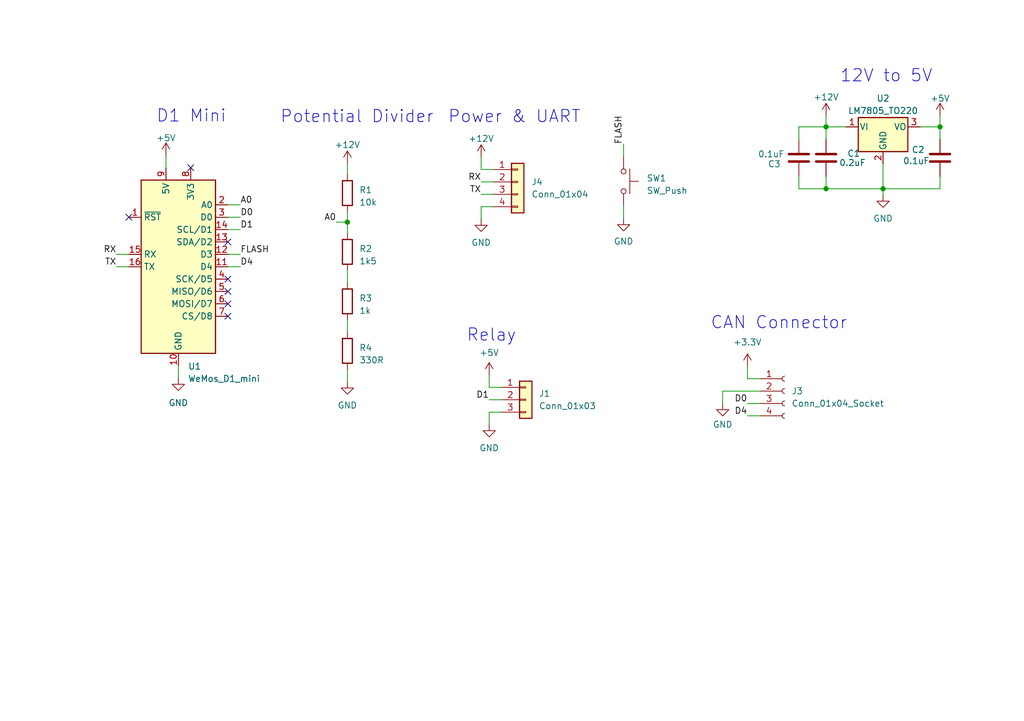
<source format=kicad_sch>
(kicad_sch (version 20230121) (generator eeschema)
  (paper "A5")
  (lib_symbols
    (symbol "Connector:Conn_01x04_Socket" (pin_names (offset 1.016) hide)
      (property "Reference" "J" (at 0 5.08 0))
      (property "Value" "Conn_01x04_Socket" (at 0 -7.62 0))
      (symbol "Conn_01x04_Socket_1_1"
        (arc (start 0 -4.572) (mid -0.5058 -5.08) (end 0 -5.588) (stroke (width 0.1524)))
        (arc (start 0 -2.032) (mid -0.5058 -2.54) (end 0 -3.048) (stroke (width 0.1524)))
        (polyline (pts (xy -1.27 -5.08) (xy -0.508 -5.08)) (stroke (width 0.1524)))
        (polyline (pts (xy -1.27 -2.54) (xy -0.508 -2.54)) (stroke (width 0.1524)))
        (polyline (pts (xy -1.27 0) (xy -0.508 0)) (stroke (width 0.1524)))
        (polyline (pts (xy -1.27 2.54) (xy -0.508 2.54)) (stroke (width 0.1524)))
        (arc (start 0 0.508) (mid -0.5058 0) (end 0 -0.508) (stroke (width 0.1524)))
        (arc (start 0 3.048) (mid -0.5058 2.54) (end 0 2.032) (stroke (width 0.1524)))
        (pin passive line (at -5.08 2.54 0) (length 3.81) (name "Pin_1") (number "1"))
        (pin passive line (at -5.08 0 0) (length 3.81) (name "Pin_2") (number "2"))
        (pin passive line (at -5.08 -2.54 0) (length 3.81) (name "Pin_3") (number "3"))
        (pin passive line (at -5.08 -5.08 0) (length 3.81) (name "Pin_4") (number "4"))
      )
    )
    (symbol "Connector_Generic:Conn_01x03" (pin_names (offset 1.016) hide)
      (property "Reference" "J" (at 0 5.08 0))
      (property "Value" "Conn_01x03" (at 0 -5.08 0))
      (symbol "Conn_01x03_1_1"
        (rectangle (start -1.27 -2.413) (end 0 -2.667) (stroke (width 0.1524)))
        (rectangle (start -1.27 0.127) (end 0 -0.127) (stroke (width 0.1524)))
        (rectangle (start -1.27 2.667) (end 0 2.413) (stroke (width 0.1524)))
        (rectangle (start -1.27 3.81) (end 1.27 -3.81) (stroke (width 0.254)) (fill (type background)))
        (pin passive line (at -5.08 2.54 0) (length 3.81) (name "Pin_1") (number "1"))
        (pin passive line (at -5.08 0 0) (length 3.81) (name "Pin_2") (number "2"))
        (pin passive line (at -5.08 -2.54 0) (length 3.81) (name "Pin_3") (number "3"))
      )
    )
    (symbol "Connector_Generic:Conn_01x04" (pin_names (offset 1.016) hide)
      (property "Reference" "J" (at 0 5.08 0))
      (property "Value" "Conn_01x04" (at 0 -7.62 0))
      (symbol "Conn_01x04_1_1"
        (rectangle (start -1.27 -4.953) (end 0 -5.207) (stroke (width 0.1524)))
        (rectangle (start -1.27 -2.413) (end 0 -2.667) (stroke (width 0.1524)))
        (rectangle (start -1.27 0.127) (end 0 -0.127) (stroke (width 0.1524)))
        (rectangle (start -1.27 2.667) (end 0 2.413) (stroke (width 0.1524)))
        (rectangle (start -1.27 3.81) (end 1.27 -6.35) (stroke (width 0.254)) (fill (type background)))
        (pin passive line (at -5.08 2.54 0) (length 3.81) (name "Pin_1") (number "1"))
        (pin passive line (at -5.08 0 0) (length 3.81) (name "Pin_2") (number "2"))
        (pin passive line (at -5.08 -2.54 0) (length 3.81) (name "Pin_3") (number "3"))
        (pin passive line (at -5.08 -5.08 0) (length 3.81) (name "Pin_4") (number "4"))
      )
    )
    (symbol "Device:C" (pin_numbers hide) (pin_names (offset 0.254))
      (property "Reference" "C" (at 0.635 2.54 0))
      (property "Value" "C" (at 0.635 -2.54 0))
      (symbol "C_0_1"
        (polyline (pts (xy -2.032 -0.762) (xy 2.032 -0.762)) (stroke (width 0.508)))
        (polyline (pts (xy -2.032 0.762) (xy 2.032 0.762)) (stroke (width 0.508)))
      )
      (symbol "C_1_1"
        (pin passive line (at 0 3.81 270) (length 2.794) (name "~") (number "1"))
        (pin passive line (at 0 -3.81 90) (length 2.794) (name "~") (number "2"))
      )
    )
    (symbol "Device:R" (pin_numbers hide) (pin_names (offset 0))
      (property "Reference" "R" (at 2.032 0 90))
      (property "Value" "R" (at 0 0 90))
      (symbol "R_0_1"
        (rectangle (start -1.016 -2.54) (end 1.016 2.54) (stroke (width 0.254)))
      )
      (symbol "R_1_1"
        (pin passive line (at 0 3.81 270) (length 1.27) (name "~") (number "1"))
        (pin passive line (at 0 -3.81 90) (length 1.27) (name "~") (number "2"))
      )
    )
    (symbol "MCU_Module:WeMos_D1_mini"
      (property "Reference" "U" (at 3.81 19.05 0))
      (property "Value" "WeMos_D1_mini" (at 1.27 -19.05 0))
      (symbol "WeMos_D1_mini_1_1"
        (rectangle (start -7.62 17.78) (end 7.62 -17.78) (stroke (width 0.254)) (fill (type background)))
        (pin input line (at -10.16 10.16 0) (length 2.54) (name "~{RST}") (number "1"))
        (pin power_in line (at 0 -20.32 90) (length 2.54) (name "GND") (number "10"))
        (pin bidirectional line (at 10.16 0 180) (length 2.54) (name "D4") (number "11"))
        (pin bidirectional line (at 10.16 2.54 180) (length 2.54) (name "D3") (number "12"))
        (pin bidirectional line (at 10.16 5.08 180) (length 2.54) (name "SDA/D2") (number "13"))
        (pin bidirectional line (at 10.16 7.62 180) (length 2.54) (name "SCL/D1") (number "14"))
        (pin input line (at -10.16 2.54 0) (length 2.54) (name "RX") (number "15"))
        (pin output line (at -10.16 0 0) (length 2.54) (name "TX") (number "16"))
        (pin input line (at 10.16 12.7 180) (length 2.54) (name "A0") (number "2"))
        (pin bidirectional line (at 10.16 10.16 180) (length 2.54) (name "D0") (number "3"))
        (pin bidirectional line (at 10.16 -2.54 180) (length 2.54) (name "SCK/D5") (number "4"))
        (pin bidirectional line (at 10.16 -5.08 180) (length 2.54) (name "MISO/D6") (number "5"))
        (pin bidirectional line (at 10.16 -7.62 180) (length 2.54) (name "MOSI/D7") (number "6"))
        (pin bidirectional line (at 10.16 -10.16 180) (length 2.54) (name "CS/D8") (number "7"))
        (pin power_out line (at 2.54 20.32 270) (length 2.54) (name "3V3") (number "8"))
        (pin power_in line (at -2.54 20.32 270) (length 2.54) (name "5V") (number "9"))
      )
    )
    (symbol "Regulator_Linear:LM7805_TO220" (pin_names (offset 0.254))
      (property "Reference" "U" (at -3.81 3.175 0))
      (property "Value" "LM7805_TO220" (at 0 3.175 0))
      (symbol "LM7805_TO220_0_1"
        (rectangle (start -5.08 1.905) (end 5.08 -5.08) (stroke (width 0.254)) (fill (type background)))
      )
      (symbol "LM7805_TO220_1_1"
        (pin power_in line (at -7.62 0 0) (length 2.54) (name "VI") (number "1"))
        (pin power_in line (at 0 -7.62 90) (length 2.54) (name "GND") (number "2"))
        (pin power_out line (at 7.62 0 180) (length 2.54) (name "VO") (number "3"))
      )
    )
    (symbol "Switch:SW_Push" (pin_numbers hide) (pin_names (offset 1.016) hide)
      (property "Reference" "SW" (at 1.27 2.54 0))
      (property "Value" "SW_Push" (at 0 -1.524 0))
      (symbol "SW_Push_0_1"
        (circle (center -2.032 0) (radius 0.508))
        (polyline (pts (xy 0 1.27) (xy 0 3.048)))
        (polyline (pts (xy 2.54 1.27) (xy -2.54 1.27)))
        (circle (center 2.032 0) (radius 0.508))
        (pin passive line (at -5.08 0 0) (length 2.54) (name "1") (number "1"))
        (pin passive line (at 5.08 0 180) (length 2.54) (name "2") (number "2"))
      )
    )
    (symbol "power:+12V" (power) (pin_names (offset 0))
      (property "Value" "+12V" (at 0 3.556 0))
      (symbol "+12V_0_1"
        (polyline (pts (xy -0.762 1.27) (xy 0 2.54)))
        (polyline (pts (xy 0 0) (xy 0 2.54)))
        (polyline (pts (xy 0 2.54) (xy 0.762 1.27)))
      )
      (symbol "+12V_1_1"
        (pin power_in line (at 0 0 90) (length 0) hide (name "+12V") (number "1"))
      )
    )
    (symbol "power:+3.3V" (power) (pin_names (offset 0))
      (property "Value" "+3.3V" (at 0 3.556 0))
      (symbol "+3.3V_0_1"
        (polyline (pts (xy -0.762 1.27) (xy 0 2.54)))
        (polyline (pts (xy 0 0) (xy 0 2.54)))
        (polyline (pts (xy 0 2.54) (xy 0.762 1.27)))
      )
      (symbol "+3.3V_1_1"
        (pin power_in line (at 0 0 90) (length 0) hide (name "+3.3V") (number "1"))
      )
    )
    (symbol "power:+5V" (power) (pin_names (offset 0))
      (property "Value" "+5V" (at 0 3.556 0))
      (symbol "+5V_0_1"
        (polyline (pts (xy -0.762 1.27) (xy 0 2.54)))
        (polyline (pts (xy 0 0) (xy 0 2.54)))
        (polyline (pts (xy 0 2.54) (xy 0.762 1.27)))
      )
      (symbol "+5V_1_1"
        (pin power_in line (at 0 0 90) (length 0) hide (name "+5V") (number "1"))
      )
    )
    (symbol "power:GND" (power) (pin_names (offset 0))
      (property "Value" "GND" (at 0 -3.81 0))
      (symbol "GND_0_1"
        (polyline (pts (xy 0 0) (xy 0 -1.27) (xy 1.27 -1.27) (xy 0 -2.54) (xy -1.27 -1.27) (xy 0 -1.27)))
      )
      (symbol "GND_1_1"
        (pin power_in line (at 0 0 270) (length 0) hide (name "GND") (number "1"))
      )
    )
  )
  (junction (at 71.247 45.593))
  (junction (at 169.418 26.035))
  (junction (at 169.418 38.735))
  (junction (at 192.786 26.035))
  (junction (at 181.102 38.735))
  (no_connect (at 46.736 59.817))
  (no_connect (at 46.736 64.897))
  (no_connect (at 26.416 44.577))
  (no_connect (at 46.736 49.657))
  (no_connect (at 46.736 62.357))
  (no_connect (at 46.736 57.277))
  (no_connect (at 39.116 34.417))
  (wire (pts (xy 181.102 38.735) (xy 181.102 40.005)))
  (wire (pts (xy 71.247 45.593) (xy 71.247 47.879)))
  (wire (pts (xy 71.247 43.434) (xy 71.247 45.593)))
  (wire (pts (xy 155.829 82.804) (xy 153.289 82.804)))
  (wire (pts (xy 155.829 77.724) (xy 153.289 77.724)))
  (wire (pts (xy 192.786 26.035) (xy 192.786 23.749)))
  (wire (pts (xy 169.418 38.735) (xy 181.102 38.735)))
  (wire (pts (xy 163.83 38.735) (xy 163.83 36.195)))
  (wire (pts (xy 192.786 28.575) (xy 192.786 26.035)))
  (wire (pts (xy 98.679 32.258) (xy 98.679 34.798)))
  (wire (pts (xy 169.418 28.575) (xy 169.418 26.035)))
  (wire (pts (xy 98.679 42.418) (xy 101.092 42.418)))
  (wire (pts (xy 127.889 29.591) (xy 127.889 32.131)))
  (wire (pts (xy 26.416 54.737) (xy 23.876 54.737)))
  (wire (pts (xy 71.247 33.528) (xy 71.247 35.814)))
  (wire (pts (xy 127.889 42.291) (xy 127.889 44.831)))
  (wire (pts (xy 49.276 52.197) (xy 46.736 52.197)))
  (wire (pts (xy 163.83 38.735) (xy 169.418 38.735)))
  (wire (pts (xy 71.247 65.659) (xy 71.247 68.199)))
  (wire (pts (xy 153.289 75.184) (xy 153.289 77.724)))
  (wire (pts (xy 155.829 85.344) (xy 153.289 85.344)))
  (wire (pts (xy 148.209 80.264) (xy 155.829 80.264)))
  (wire (pts (xy 181.102 33.655) (xy 181.102 38.735)))
  (wire (pts (xy 49.276 42.037) (xy 46.736 42.037)))
  (wire (pts (xy 71.247 78.359) (xy 71.247 75.819)))
  (wire (pts (xy 100.33 84.582) (xy 100.33 87.122)))
  (wire (pts (xy 100.33 76.962) (xy 100.33 79.502)))
  (wire (pts (xy 181.102 38.735) (xy 192.786 38.735)))
  (wire (pts (xy 98.679 42.418) (xy 98.679 44.958)))
  (wire (pts (xy 100.33 79.502) (xy 102.743 79.502)))
  (wire (pts (xy 49.276 47.117) (xy 46.736 47.117)))
  (wire (pts (xy 34.036 31.877) (xy 34.036 34.417)))
  (wire (pts (xy 26.416 52.197) (xy 23.876 52.197)))
  (wire (pts (xy 163.83 28.575) (xy 163.83 26.035)))
  (wire (pts (xy 148.209 80.264) (xy 148.209 82.804)))
  (wire (pts (xy 163.83 26.035) (xy 169.418 26.035)))
  (wire (pts (xy 36.576 75.057) (xy 36.576 77.597)))
  (wire (pts (xy 169.418 26.035) (xy 169.418 23.749)))
  (wire (pts (xy 169.418 38.735) (xy 169.418 36.195)))
  (wire (pts (xy 98.679 34.798) (xy 101.092 34.798)))
  (wire (pts (xy 192.786 26.035) (xy 188.722 26.035)))
  (wire (pts (xy 192.786 38.735) (xy 192.786 36.195)))
  (wire (pts (xy 101.092 39.878) (xy 98.679 39.878)))
  (wire (pts (xy 100.33 82.042) (xy 102.743 82.042)))
  (wire (pts (xy 100.33 84.582) (xy 102.743 84.582)))
  (wire (pts (xy 71.247 55.499) (xy 71.247 58.039)))
  (wire (pts (xy 169.418 26.035) (xy 173.482 26.035)))
  (wire (pts (xy 101.092 37.338) (xy 98.679 37.338)))
  (wire (pts (xy 49.276 44.577) (xy 46.736 44.577)))
  (wire (pts (xy 68.961 45.593) (xy 71.247 45.593)))
  (wire (pts (xy 49.276 54.737) (xy 46.736 54.737)))
  (text "Relay" (at 95.631 70.358 0) (effects (font (size 2.5 2.5)) (justify left bottom)))
  (text "Potential Divider" (at 57.404 25.527 0) (effects (font (size 2.5 2.5)) (justify left bottom)))
  (text "CAN Connector" (at 145.669 67.818 0) (effects (font (size 2.5 2.5)) (justify left bottom)))
  (text "12V to 5V" (at 172.212 17.145 0) (effects (font (size 2.5 2.5)) (justify left bottom)))
  (text "D1 Mini" (at 32.004 25.4 0) (effects (font (size 2.5 2.5)) (justify left bottom)))
  (text "Power & UART" (at 91.821 25.527 0) (effects (font (size 2.5 2.5)) (justify left bottom)))
  (label "TX" (at 23.876 54.737 180))
  (label "FLASH" (at 49.276 52.197 0))
  (label "RX" (at 23.876 52.197 180))
  (label "TX" (at 98.679 39.878 180))
  (label "FLASH" (at 127.889 29.591 90))
  (label "D0" (at 153.289 82.804 180))
  (label "D0" (at 49.276 44.577 0))
  (label "A0" (at 68.961 45.593 180))
  (label "D1" (at 49.276 47.117 0))
  (label "A0" (at 49.276 42.037 0))
  (label "D1" (at 100.33 82.042 180))
  (label "RX" (at 98.679 37.338 180))
  (label "D4" (at 49.276 54.737 0))
  (label "D4" (at 153.289 85.344 180))
  (symbol (lib_id "power:GND") (at 36.576 77.597 0) (unit 1)
    (property "Reference" "#PWR01" (effects hide))
    (property "Value" "GND" (at 36.576 82.677 0))
  )
  (symbol (lib_id "power:+3.3V") (at 153.289 75.184 0) (unit 1)
    (property "Reference" "#PWR012" (effects hide))
    (property "Value" "+3.3V" (at 153.289 70.231 0))
  )
  (symbol (lib_id "power:GND") (at 127.889 44.831 0) (unit 1)
    (property "Reference" "#PWR08" (effects hide))
    (property "Value" "GND" (at 127.889 49.53 0))
  )
  (symbol (lib_id "Device:R") (at 71.247 51.689 0) (unit 1)
    (property "Reference" "R2" (at 73.66 51.054 0) (effects (justify left)))
    (property "Value" "1k5" (at 73.66 53.594 0) (effects (justify left)))
    (property "Footprint" "Resistor_THT:R_Axial_DIN0204_L3.6mm_D1.6mm_P5.08mm_Horizontal" (effects hide))
  )
  (symbol (lib_id "Regulator_Linear:LM7805_TO220") (at 181.102 26.035 0) (unit 1)
    (property "Reference" "U2" (at 181.102 20.193 0))
    (property "Value" "LM7805_TO220" (at 181.102 22.733 0))
    (property "Footprint" "Package_TO_SOT_THT:TO-220-3_Vertical" (effects hide))
    (property "Datasheet" "https://www.onsemi.cn/PowerSolutions/document/MC7800-D.PDF" (effects hide))
  )
  (symbol (lib_id "Device:R") (at 71.247 61.849 0) (unit 1)
    (property "Reference" "R3" (at 73.66 61.214 0) (effects (justify left)))
    (property "Value" "1k" (at 73.66 63.754 0) (effects (justify left)))
    (property "Footprint" "Resistor_THT:R_Axial_DIN0204_L3.6mm_D1.6mm_P5.08mm_Horizontal" (effects hide))
  )
  (symbol (lib_id "MCU_Module:WeMos_D1_mini") (at 36.576 54.737 0) (unit 1)
    (property "Reference" "U1" (at 38.5319 75.184 0) (effects (justify left)))
    (property "Value" "WeMos_D1_mini" (at 38.5319 77.724 0) (effects (justify left)))
    (property "Footprint" "Module:WEMOS_D1_mini_light" (effects hide))
    (property "Datasheet" "https://wiki.wemos.cc/products:d1:d1_mini#documentation" (effects hide))
  )
  (symbol (lib_id "power:GND") (at 71.247 78.359 0) (unit 1)
    (property "Reference" "#PWR05" (effects hide))
    (property "Value" "GND" (at 71.247 83.185 0))
  )
  (symbol (lib_id "Connector_Generic:Conn_01x03") (at 107.823 82.042 0) (unit 1)
    (property "Reference" "J1" (at 110.49 80.772 0) (effects (justify left)))
    (property "Value" "Conn_01x03" (at 110.49 83.312 0) (effects (justify left)))
  )
  (symbol (lib_id "power:+5V") (at 192.786 23.749 0) (unit 1)
    (property "Reference" "#PWR09" (effects hide))
    (property "Value" "+5V" (at 192.786 20.193 0))
  )
  (symbol (lib_id "Device:C") (at 169.418 32.385 0) (unit 1)
    (property "Reference" "C1" (at 173.736 31.496 0) (effects (justify left)))
    (property "Value" "0.2uF" (at 172.085 33.401 0) (effects (justify left)))
    (property "Footprint" "Capacitor_THT:CP_Radial_D4.0mm_P1.50mm" (effects hide))
  )
  (symbol (lib_id "power:+12V") (at 98.679 32.258 0) (unit 1)
    (property "Reference" "#PWR03" (effects hide))
    (property "Value" "+12V" (at 98.679 28.448 0))
  )
  (symbol (lib_id "power:+5V") (at 34.036 31.877 0) (unit 1)
    (property "Reference" "#PWR010" (effects hide))
    (property "Value" "+5V" (at 34.036 28.321 0))
  )
  (symbol (lib_id "Device:R") (at 71.247 39.624 0) (unit 1)
    (property "Reference" "R1" (at 73.66 38.989 0) (effects (justify left)))
    (property "Value" "10k" (at 73.66 41.529 0) (effects (justify left)))
    (property "Footprint" "Resistor_THT:R_Axial_DIN0204_L3.6mm_D1.6mm_P5.08mm_Horizontal" (effects hide))
  )
  (symbol (lib_id "Device:R") (at 71.247 72.009 0) (unit 1)
    (property "Reference" "R4" (at 73.66 71.374 0) (effects (justify left)))
    (property "Value" "330R" (at 73.66 73.914 0) (effects (justify left)))
    (property "Footprint" "Resistor_THT:R_Axial_DIN0204_L3.6mm_D1.6mm_P5.08mm_Horizontal" (effects hide))
  )
  (symbol (lib_id "power:GND") (at 148.209 82.804 0) (unit 1)
    (property "Reference" "#PWR013" (effects hide))
    (property "Value" "GND" (at 148.209 87.122 0))
  )
  (symbol (lib_id "Connector_Generic:Conn_01x04") (at 106.172 37.338 0) (unit 1)
    (property "Reference" "J4" (at 108.966 37.338 0) (effects (justify left)))
    (property "Value" "Conn_01x04" (at 108.966 39.878 0) (effects (justify left)))
  )
  (symbol (lib_id "power:+12V") (at 71.247 33.528 0) (unit 1)
    (property "Reference" "#PWR06" (effects hide))
    (property "Value" "+12V" (at 71.247 29.718 0))
  )
  (symbol (lib_id "Connector:Conn_01x04_Socket") (at 160.909 80.264 0) (unit 1)
    (property "Reference" "J3" (at 162.306 80.264 0) (effects (justify left)))
    (property "Value" "Conn_01x04_Socket" (at 162.306 82.804 0) (effects (justify left)))
  )
  (symbol (lib_id "power:GND") (at 100.33 87.122 0) (unit 1)
    (property "Reference" "#PWR015" (effects hide))
    (property "Value" "GND" (at 100.33 91.948 0))
  )
  (symbol (lib_id "power:+5V") (at 100.33 76.962 0) (unit 1)
    (property "Reference" "#PWR014" (effects hide))
    (property "Value" "+5V" (at 100.33 72.39 0))
  )
  (symbol (lib_id "power:+12V") (at 169.418 23.749 0) (unit 1)
    (property "Reference" "#PWR04" (effects hide))
    (property "Value" "+12V" (at 169.418 19.939 0))
  )
  (symbol (lib_id "power:GND") (at 98.679 44.958 0) (unit 1)
    (property "Reference" "#PWR02" (effects hide))
    (property "Value" "GND" (at 98.679 49.784 0))
  )
  (symbol (lib_id "power:GND") (at 181.102 40.005 0) (unit 1)
    (property "Reference" "#PWR07" (effects hide))
    (property "Value" "GND" (at 181.102 44.831 0))
  )
  (symbol (lib_id "Device:C") (at 163.83 32.385 180) (unit 1)
    (property "Reference" "C3" (at 160.147 33.655 0) (effects (justify left)))
    (property "Value" "0.1uF" (at 160.909 31.623 0) (effects (justify left)))
    (property "Footprint" "Capacitor_THT:CP_Radial_D4.0mm_P1.50mm" (effects hide))
  )
  (symbol (lib_id "Device:C") (at 192.786 32.385 0) (unit 1)
    (property "Reference" "C2" (at 186.944 30.734 0) (effects (justify left)))
    (property "Value" "0.1uF" (at 185.166 33.02 0) (effects (justify left)))
    (property "Footprint" "Capacitor_THT:CP_Radial_D4.0mm_P1.50mm" (effects hide))
  )
  (symbol (lib_id "Switch:SW_Push") (at 127.889 37.211 270) (unit 1)
    (property "Reference" "SW1" (at 132.588 36.576 90) (effects (justify left)))
    (property "Value" "SW_Push" (at 132.588 39.116 90) (effects (justify left)))
    (property "Footprint" "Button_Switch_THT:SW_TH_Tactile_Omron_B3F-10xx" (effects hide))
  )
)
</source>
